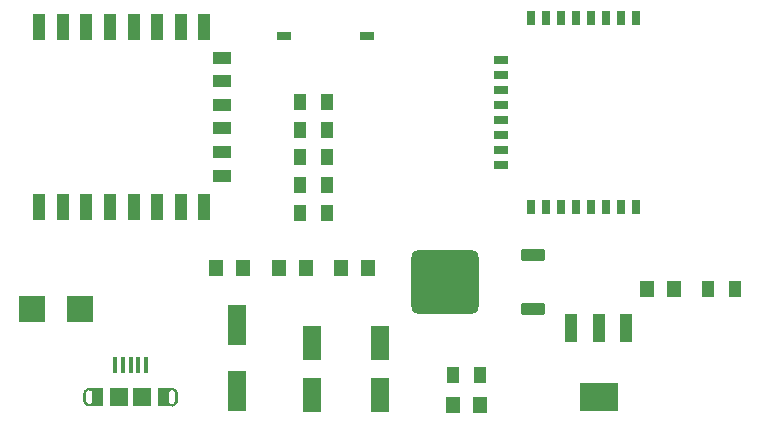
<source format=gtp>
G04 Layer_Color=8421504*
%FSTAX24Y24*%
%MOIN*%
G70*
G01*
G75*
%ADD10R,0.0630X0.1378*%
%ADD11R,0.0394X0.0550*%
%ADD12R,0.0472X0.0315*%
%ADD13R,0.0591X0.0394*%
%ADD14R,0.0394X0.0886*%
%ADD15R,0.0500X0.0250*%
%ADD16R,0.0250X0.0500*%
%ADD17R,0.0315X0.0500*%
%ADD18R,0.0500X0.0550*%
%ADD19R,0.0591X0.0610*%
%ADD20R,0.0157X0.0532*%
%ADD21R,0.1299X0.0945*%
%ADD22R,0.0394X0.0945*%
G04:AMPARAMS|DCode=23|XSize=216.5mil|YSize=224.4mil|CornerRadius=27.1mil|HoleSize=0mil|Usage=FLASHONLY|Rotation=90.000|XOffset=0mil|YOffset=0mil|HoleType=Round|Shape=RoundedRectangle|*
%AMROUNDEDRECTD23*
21,1,0.2165,0.1703,0,0,90.0*
21,1,0.1624,0.2244,0,0,90.0*
1,1,0.0541,0.0851,0.0812*
1,1,0.0541,0.0851,-0.0812*
1,1,0.0541,-0.0851,-0.0812*
1,1,0.0541,-0.0851,0.0812*
%
%ADD23ROUNDEDRECTD23*%
G04:AMPARAMS|DCode=24|XSize=39.4mil|YSize=78.7mil|CornerRadius=4.9mil|HoleSize=0mil|Usage=FLASHONLY|Rotation=90.000|XOffset=0mil|YOffset=0mil|HoleType=Round|Shape=RoundedRectangle|*
%AMROUNDEDRECTD24*
21,1,0.0394,0.0689,0,0,90.0*
21,1,0.0295,0.0787,0,0,90.0*
1,1,0.0098,0.0344,0.0148*
1,1,0.0098,0.0344,-0.0148*
1,1,0.0098,-0.0344,-0.0148*
1,1,0.0098,-0.0344,0.0148*
%
%ADD24ROUNDEDRECTD24*%
%ADD25R,0.0900X0.0906*%
%ADD26R,0.0630X0.1181*%
%ADD52C,0.0000*%
G36*
X030536Y020555D02*
X030546Y020554D01*
X030556Y020553D01*
X030566Y020551D01*
X030576Y020548D01*
X030586Y020545D01*
X030596Y020542D01*
X030605Y020538D01*
X030615Y020534D01*
X030624Y020529D01*
X030632Y020523D01*
X030641Y020518D01*
X030649Y020511D01*
X030657Y020505D01*
X030664Y020497D01*
X030671Y02049D01*
X030678Y020482D01*
X030684Y020474D01*
X03069Y020465D01*
X030696Y020457D01*
X030701Y020448D01*
X030705Y020438D01*
X030709Y020429D01*
X030712Y020419D01*
X030715Y020409D01*
X030718Y020399D01*
X03072Y020389D01*
X030721Y020379D01*
X030722Y020369D01*
X030722Y020358D01*
Y020142D01*
X030722Y020131D01*
X030721Y020121D01*
X03072Y020111D01*
X030718Y020101D01*
X030715Y020091D01*
X030712Y020081D01*
X030709Y020071D01*
X030705Y020062D01*
X030701Y020052D01*
X030696Y020043D01*
X03069Y020035D01*
X030684Y020026D01*
X030678Y020018D01*
X030671Y02001D01*
X030664Y020003D01*
X030657Y019995D01*
X030649Y019989D01*
X030641Y019982D01*
X030632Y019977D01*
X030624Y019971D01*
X030615Y019966D01*
X030605Y019962D01*
X030596Y019958D01*
X030586Y019955D01*
X030576Y019952D01*
X030566Y019949D01*
X030556Y019947D01*
X030546Y019946D01*
X030536Y019945D01*
X030525Y019945D01*
X030053D01*
Y020555D01*
X030525D01*
X030536Y020555D01*
D02*
G37*
G36*
X028242Y019945D02*
X027769D01*
X027759Y019945D01*
X027749Y019946D01*
X027738Y019947D01*
X027728Y019949D01*
X027718Y019952D01*
X027708Y019955D01*
X027699Y019958D01*
X027689Y019962D01*
X02768Y019966D01*
X027671Y019971D01*
X027662Y019977D01*
X027654Y019982D01*
X027645Y019989D01*
X027638Y019995D01*
X02763Y020003D01*
X027623Y02001D01*
X027616Y020018D01*
X02761Y020026D01*
X027604Y020035D01*
X027599Y020043D01*
X027594Y020052D01*
X027589Y020062D01*
X027586Y020071D01*
X027582Y020081D01*
X027579Y020091D01*
X027577Y020101D01*
X027575Y020111D01*
X027574Y020121D01*
X027573Y020131D01*
X027572Y020142D01*
Y020358D01*
X027573Y020369D01*
X027574Y020379D01*
X027575Y020389D01*
X027577Y020399D01*
X027579Y020409D01*
X027582Y020419D01*
X027586Y020429D01*
X027589Y020438D01*
X027594Y020448D01*
X027599Y020457D01*
X027604Y020465D01*
X02761Y020474D01*
X027616Y020482D01*
X027623Y02049D01*
X02763Y020497D01*
X027638Y020505D01*
X027645Y020511D01*
X027654Y020518D01*
X027662Y020523D01*
X027671Y020529D01*
X02768Y020534D01*
X027689Y020538D01*
X027699Y020542D01*
X027708Y020545D01*
X027718Y020548D01*
X027728Y020551D01*
X027738Y020553D01*
X027749Y020554D01*
X027759Y020555D01*
X027769Y020555D01*
X028242D01*
Y019945D01*
D02*
G37*
%LPC*%
G36*
X030525Y020476D02*
X03052Y020476D01*
X030515Y020476D01*
X03051Y020475D01*
X030505Y020474D01*
X0305Y020473D01*
X030495Y020472D01*
X03049Y02047D01*
X030485Y020468D01*
X030481Y020466D01*
X030476Y020463D01*
X030472Y020461D01*
X030467Y020458D01*
X030463Y020454D01*
X030459Y020451D01*
X030456Y020448D01*
X030452Y020444D01*
X030449Y02044D01*
X030446Y020436D01*
X030443Y020432D01*
X03044Y020427D01*
X030438Y020423D01*
X030435Y020418D01*
X030433Y020413D01*
X030432Y020408D01*
X03043Y020403D01*
X030429Y020398D01*
X030428Y020393D01*
X030427Y020388D01*
X030427Y020383D01*
X030427Y020378D01*
Y020122D01*
X030427Y020117D01*
X030427Y020112D01*
X030428Y020107D01*
X030429Y020102D01*
X03043Y020097D01*
X030432Y020092D01*
X030433Y020087D01*
X030435Y020082D01*
X030438Y020077D01*
X03044Y020073D01*
X030443Y020068D01*
X030446Y020064D01*
X030449Y02006D01*
X030452Y020056D01*
X030456Y020052D01*
X030459Y020049D01*
X030463Y020046D01*
X030467Y020042D01*
X030472Y02004D01*
X030476Y020037D01*
X030481Y020034D01*
X030485Y020032D01*
X03049Y02003D01*
X030495Y020028D01*
X0305Y020027D01*
X030505Y020026D01*
X03051Y020025D01*
X030515Y020024D01*
X03052Y020024D01*
X030525Y020024D01*
X03053Y020024D01*
X030535Y020024D01*
X030541Y020025D01*
X030546Y020026D01*
X030551Y020027D01*
X030556Y020028D01*
X03056Y02003D01*
X030565Y020032D01*
X03057Y020034D01*
X030574Y020037D01*
X030579Y02004D01*
X030583Y020042D01*
X030587Y020046D01*
X030591Y020049D01*
X030595Y020052D01*
X030598Y020056D01*
X030602Y02006D01*
X030605Y020064D01*
X030608Y020068D01*
X03061Y020073D01*
X030613Y020077D01*
X030615Y020082D01*
X030617Y020087D01*
X030619Y020092D01*
X03062Y020097D01*
X030621Y020102D01*
X030622Y020107D01*
X030623Y020112D01*
X030623Y020117D01*
X030624Y020122D01*
Y020378D01*
X030623Y020383D01*
X030623Y020388D01*
X030622Y020393D01*
X030621Y020398D01*
X03062Y020403D01*
X030619Y020408D01*
X030617Y020413D01*
X030615Y020418D01*
X030613Y020423D01*
X03061Y020427D01*
X030608Y020432D01*
X030605Y020436D01*
X030602Y02044D01*
X030598Y020444D01*
X030595Y020448D01*
X030591Y020451D01*
X030587Y020454D01*
X030583Y020458D01*
X030579Y020461D01*
X030574Y020463D01*
X03057Y020466D01*
X030565Y020468D01*
X03056Y02047D01*
X030556Y020472D01*
X030551Y020473D01*
X030546Y020474D01*
X030541Y020475D01*
X030535Y020476D01*
X03053Y020476D01*
X030525Y020476D01*
D02*
G37*
G36*
X027769D02*
X027764Y020476D01*
X027759Y020476D01*
X027754Y020475D01*
X027749Y020474D01*
X027744Y020473D01*
X027739Y020472D01*
X027734Y02047D01*
X027729Y020468D01*
X027725Y020466D01*
X02772Y020463D01*
X027716Y020461D01*
X027711Y020458D01*
X027707Y020454D01*
X027703Y020451D01*
X0277Y020448D01*
X027696Y020444D01*
X027693Y02044D01*
X02769Y020436D01*
X027687Y020432D01*
X027684Y020427D01*
X027682Y020423D01*
X027679Y020418D01*
X027677Y020413D01*
X027676Y020408D01*
X027674Y020403D01*
X027673Y020398D01*
X027672Y020393D01*
X027671Y020388D01*
X027671Y020383D01*
X027671Y020378D01*
Y020122D01*
X027671Y020117D01*
X027671Y020112D01*
X027672Y020107D01*
X027673Y020102D01*
X027674Y020097D01*
X027676Y020092D01*
X027677Y020087D01*
X027679Y020082D01*
X027682Y020077D01*
X027684Y020073D01*
X027687Y020068D01*
X02769Y020064D01*
X027693Y02006D01*
X027696Y020056D01*
X0277Y020052D01*
X027703Y020049D01*
X027707Y020046D01*
X027711Y020042D01*
X027716Y02004D01*
X02772Y020037D01*
X027725Y020034D01*
X027729Y020032D01*
X027734Y02003D01*
X027739Y020028D01*
X027744Y020027D01*
X027749Y020026D01*
X027754Y020025D01*
X027759Y020024D01*
X027764Y020024D01*
X027769Y020024D01*
X027774Y020024D01*
X02778Y020024D01*
X027785Y020025D01*
X02779Y020026D01*
X027795Y020027D01*
X0278Y020028D01*
X027805Y02003D01*
X027809Y020032D01*
X027814Y020034D01*
X027819Y020037D01*
X027823Y02004D01*
X027827Y020042D01*
X027831Y020046D01*
X027835Y020049D01*
X027839Y020052D01*
X027842Y020056D01*
X027846Y02006D01*
X027849Y020064D01*
X027852Y020068D01*
X027855Y020073D01*
X027857Y020077D01*
X027859Y020082D01*
X027861Y020087D01*
X027863Y020092D01*
X027864Y020097D01*
X027866Y020102D01*
X027867Y020107D01*
X027867Y020112D01*
X027868Y020117D01*
X027868Y020122D01*
Y020378D01*
X027868Y020383D01*
X027867Y020388D01*
X027867Y020393D01*
X027866Y020398D01*
X027864Y020403D01*
X027863Y020408D01*
X027861Y020413D01*
X027859Y020418D01*
X027857Y020423D01*
X027855Y020427D01*
X027852Y020432D01*
X027849Y020436D01*
X027846Y02044D01*
X027842Y020444D01*
X027839Y020448D01*
X027835Y020451D01*
X027831Y020454D01*
X027827Y020458D01*
X027823Y020461D01*
X027819Y020463D01*
X027814Y020466D01*
X027809Y020468D01*
X027805Y02047D01*
X0278Y020472D01*
X027795Y020473D01*
X02779Y020474D01*
X027785Y020475D01*
X02778Y020476D01*
X027774Y020476D01*
X027769Y020476D01*
D02*
G37*
%LPD*%
D10*
X032697Y022652D02*
D03*
Y020448D02*
D03*
D11*
X035697Y027327D02*
D03*
X034797D02*
D03*
X035697Y0264D02*
D03*
X034797D02*
D03*
X034797Y029172D02*
D03*
X035697D02*
D03*
X034797Y028245D02*
D03*
X035697D02*
D03*
X034797Y0301D02*
D03*
X035697D02*
D03*
X0493Y02385D02*
D03*
X0484D02*
D03*
X040797Y021D02*
D03*
X039897D02*
D03*
D12*
X037025Y0323D02*
D03*
X034269D02*
D03*
D13*
X0322Y031568D02*
D03*
Y030781D02*
D03*
Y029993D02*
D03*
Y029206D02*
D03*
Y028419D02*
D03*
Y027631D02*
D03*
D14*
X031609Y026598D02*
D03*
X030822D02*
D03*
X030034D02*
D03*
X029247D02*
D03*
X028459D02*
D03*
X027672D02*
D03*
X026885D02*
D03*
X026097D02*
D03*
Y032602D02*
D03*
X026885D02*
D03*
X027672D02*
D03*
X028459D02*
D03*
X029247D02*
D03*
X030034D02*
D03*
X030822D02*
D03*
X031609D02*
D03*
D15*
X0415Y031493D02*
D03*
Y030993D02*
D03*
Y030493D02*
D03*
Y029993D02*
D03*
Y029493D02*
D03*
Y028993D02*
D03*
Y028493D02*
D03*
Y027993D02*
D03*
D16*
X046004Y032895D02*
D03*
X045504D02*
D03*
X045004D02*
D03*
X044504D02*
D03*
X044004D02*
D03*
X043504D02*
D03*
X043004D02*
D03*
X042504D02*
D03*
X046004Y026595D02*
D03*
X045504D02*
D03*
X045004D02*
D03*
X044504D02*
D03*
X044004D02*
D03*
X043504D02*
D03*
D17*
X043004D02*
D03*
X042504D02*
D03*
D18*
X04635Y02385D02*
D03*
X04725D02*
D03*
X03615Y02455D02*
D03*
X03705D02*
D03*
X0341D02*
D03*
X035D02*
D03*
X032D02*
D03*
X0329D02*
D03*
X040797Y02D02*
D03*
X039897D02*
D03*
D19*
X029541Y02025D02*
D03*
X028754D02*
D03*
D20*
X029659Y021313D02*
D03*
X029403D02*
D03*
X029147D02*
D03*
X028891D02*
D03*
X028635D02*
D03*
D21*
X044747Y020258D02*
D03*
D22*
X043842Y022542D02*
D03*
X044747D02*
D03*
X045653D02*
D03*
D23*
X039641Y0241D02*
D03*
D24*
X042554Y025D02*
D03*
X042554Y0232D02*
D03*
D25*
X027447Y0232D02*
D03*
X025847D02*
D03*
D26*
X037447Y022066D02*
D03*
Y020334D02*
D03*
X035197Y022066D02*
D03*
Y020334D02*
D03*
D52*
X030525Y019947D02*
Y020014D01*
X027769Y020486D02*
Y020553D01*
M02*

</source>
